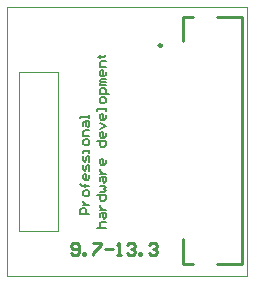
<source format=gto>
G04*
G04 #@! TF.GenerationSoftware,Altium Limited,Altium Designer,19.1.5 (86)*
G04*
G04 Layer_Color=65535*
%FSLAX24Y24*%
%MOIN*%
G70*
G01*
G75*
%ADD10C,0.0100*%
%ADD11C,0.0039*%
%ADD12C,0.0060*%
D10*
X5174Y7670D02*
G03*
X5174Y7670I-50J0D01*
G01*
X5886Y402D02*
Y1216D01*
Y402D02*
X6228D01*
X7001D02*
X7855D01*
X5886Y7815D02*
Y8630D01*
X6228D01*
X7001D02*
X7855D01*
Y402D02*
Y8630D01*
X2150Y767D02*
X2217Y700D01*
X2350D01*
X2417Y767D01*
Y1033D01*
X2350Y1100D01*
X2217D01*
X2150Y1033D01*
Y967D01*
X2217Y900D01*
X2417D01*
X2550Y700D02*
Y767D01*
X2617D01*
Y700D01*
X2550D01*
X2883Y1100D02*
X3150D01*
Y1033D01*
X2883Y767D01*
Y700D01*
X3283Y900D02*
X3550D01*
X3683Y700D02*
X3816D01*
X3749D01*
Y1100D01*
X3683Y1033D01*
X4016D02*
X4083Y1100D01*
X4216D01*
X4283Y1033D01*
Y967D01*
X4216Y900D01*
X4149D01*
X4216D01*
X4283Y833D01*
Y767D01*
X4216Y700D01*
X4083D01*
X4016Y767D01*
X4416Y700D02*
Y767D01*
X4483D01*
Y700D01*
X4416D01*
X4749Y1033D02*
X4816Y1100D01*
X4949D01*
X5016Y1033D01*
Y967D01*
X4949Y900D01*
X4882D01*
X4949D01*
X5016Y833D01*
Y767D01*
X4949Y700D01*
X4816D01*
X4749Y767D01*
D11*
X398Y1503D02*
Y6803D01*
Y1503D02*
X1698D01*
Y6803D01*
X398D02*
X1698D01*
X0Y0D02*
X8000D01*
Y8950D01*
X0D02*
X8000D01*
X0Y8950D02*
X0Y8950D01*
X0Y0D02*
Y8950D01*
D12*
X3000Y1600D02*
X3300D01*
X3150D01*
X3100Y1650D01*
Y1750D01*
X3150Y1800D01*
X3300D01*
X3100Y1950D02*
Y2050D01*
X3150Y2100D01*
X3300D01*
Y1950D01*
X3250Y1900D01*
X3200Y1950D01*
Y2100D01*
X3100Y2200D02*
X3300D01*
X3200D01*
X3150Y2250D01*
X3100Y2300D01*
Y2350D01*
X3000Y2700D02*
X3300D01*
Y2550D01*
X3250Y2500D01*
X3150D01*
X3100Y2550D01*
Y2700D01*
Y2800D02*
X3250D01*
X3300Y2850D01*
X3250Y2900D01*
X3300Y2950D01*
X3250Y3000D01*
X3100D01*
Y3149D02*
Y3249D01*
X3150Y3299D01*
X3300D01*
Y3149D01*
X3250Y3100D01*
X3200Y3149D01*
Y3299D01*
X3100Y3399D02*
X3300D01*
X3200D01*
X3150Y3449D01*
X3100Y3499D01*
Y3549D01*
X3300Y3849D02*
Y3749D01*
X3250Y3699D01*
X3150D01*
X3100Y3749D01*
Y3849D01*
X3150Y3899D01*
X3200D01*
Y3699D01*
X3000Y4499D02*
X3300D01*
Y4349D01*
X3250Y4299D01*
X3150D01*
X3100Y4349D01*
Y4499D01*
X3300Y4749D02*
Y4649D01*
X3250Y4599D01*
X3150D01*
X3100Y4649D01*
Y4749D01*
X3150Y4799D01*
X3200D01*
Y4599D01*
X3100Y4899D02*
X3300Y4999D01*
X3100Y5099D01*
X3300Y5349D02*
Y5249D01*
X3250Y5199D01*
X3150D01*
X3100Y5249D01*
Y5349D01*
X3150Y5399D01*
X3200D01*
Y5199D01*
X3300Y5499D02*
Y5599D01*
Y5549D01*
X3000D01*
Y5499D01*
X3300Y5799D02*
Y5899D01*
X3250Y5949D01*
X3150D01*
X3100Y5899D01*
Y5799D01*
X3150Y5749D01*
X3250D01*
X3300Y5799D01*
X3400Y6049D02*
X3100D01*
Y6199D01*
X3150Y6248D01*
X3250D01*
X3300Y6199D01*
Y6049D01*
Y6348D02*
X3100D01*
Y6398D01*
X3150Y6448D01*
X3300D01*
X3150D01*
X3100Y6498D01*
X3150Y6548D01*
X3300D01*
Y6798D02*
Y6698D01*
X3250Y6648D01*
X3150D01*
X3100Y6698D01*
Y6798D01*
X3150Y6848D01*
X3200D01*
Y6648D01*
X3300Y6948D02*
X3100D01*
Y7098D01*
X3150Y7148D01*
X3300D01*
X3050Y7298D02*
X3100D01*
Y7248D01*
Y7348D01*
Y7298D01*
X3250D01*
X3300Y7348D01*
X2750Y2050D02*
X2450D01*
Y2200D01*
X2500Y2250D01*
X2600D01*
X2650Y2200D01*
Y2050D01*
X2550Y2350D02*
X2750D01*
X2650D01*
X2600Y2400D01*
X2550Y2450D01*
Y2500D01*
X2750Y2700D02*
Y2800D01*
X2700Y2850D01*
X2600D01*
X2550Y2800D01*
Y2700D01*
X2600Y2650D01*
X2700D01*
X2750Y2700D01*
Y3000D02*
X2500D01*
X2600D01*
Y2950D01*
Y3050D01*
Y3000D01*
X2500D01*
X2450Y3050D01*
X2750Y3350D02*
Y3250D01*
X2700Y3200D01*
X2600D01*
X2550Y3250D01*
Y3350D01*
X2600Y3400D01*
X2650D01*
Y3200D01*
X2750Y3500D02*
Y3649D01*
X2700Y3699D01*
X2650Y3649D01*
Y3550D01*
X2600Y3500D01*
X2550Y3550D01*
Y3699D01*
X2750Y3799D02*
Y3949D01*
X2700Y3999D01*
X2650Y3949D01*
Y3849D01*
X2600Y3799D01*
X2550Y3849D01*
Y3999D01*
X2750Y4099D02*
Y4199D01*
Y4149D01*
X2550D01*
Y4099D01*
X2750Y4399D02*
Y4499D01*
X2700Y4549D01*
X2600D01*
X2550Y4499D01*
Y4399D01*
X2600Y4349D01*
X2700D01*
X2750Y4399D01*
Y4649D02*
X2550D01*
Y4799D01*
X2600Y4849D01*
X2750D01*
X2550Y4999D02*
Y5099D01*
X2600Y5149D01*
X2750D01*
Y4999D01*
X2700Y4949D01*
X2650Y4999D01*
Y5149D01*
X2750Y5249D02*
Y5349D01*
Y5299D01*
X2450D01*
Y5249D01*
M02*

</source>
